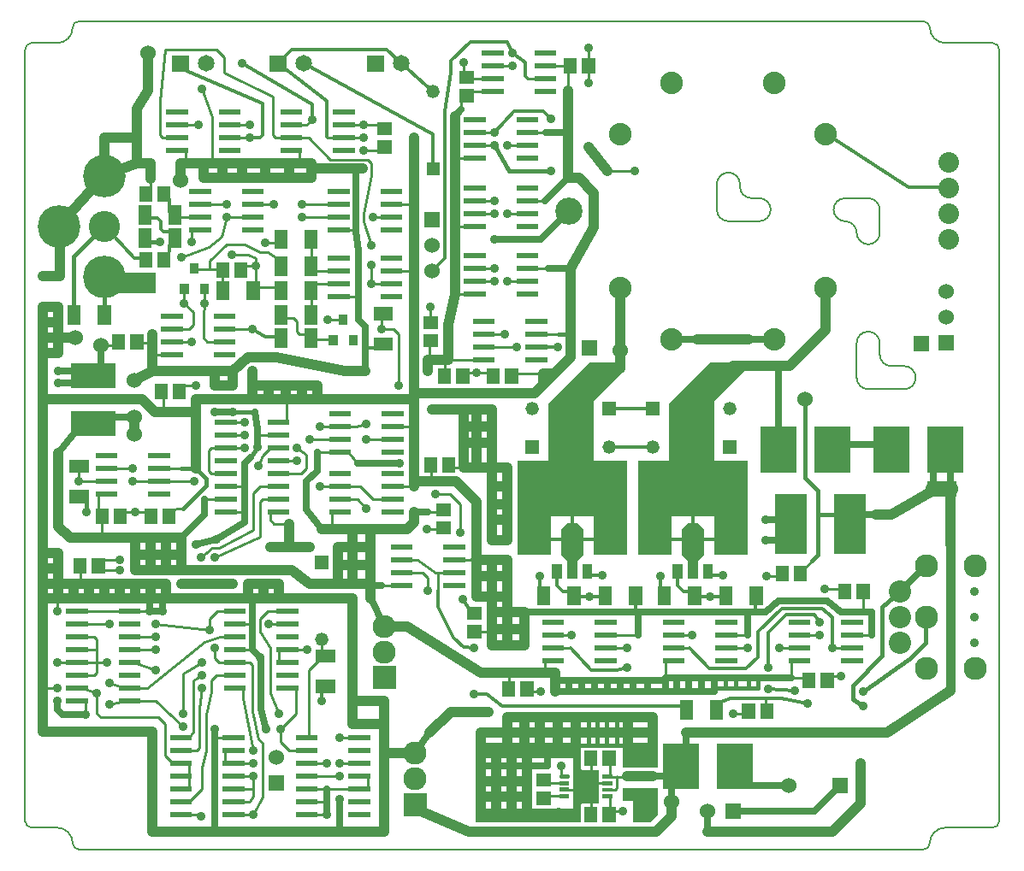
<source format=gbr>
G04 start of page 2 for group 0 idx 0 *
G04 Title: (unknown), component *
G04 Creator: pcb 20091103 *
G04 CreationDate: Sun Apr 21 07:43:03 2024 UTC *
G04 For: bh *
G04 Format: Gerber/RS-274X *
G04 PCB-Dimensions: 560000 580000 *
G04 PCB-Coordinate-Origin: lower left *
%MOIN*%
%FSLAX25Y25*%
%LNTOP*%
%ADD11C,0.0200*%
%ADD12C,0.0400*%
%ADD13C,0.0100*%
%ADD14C,0.0180*%
%ADD15C,0.0140*%
%ADD16C,0.0250*%
%ADD17C,0.0350*%
%ADD18C,0.0600*%
%ADD19C,0.0900*%
%ADD20C,0.0520*%
%ADD21C,0.1216*%
%ADD22C,0.1661*%
%ADD23C,0.0650*%
%ADD24C,0.0880*%
%ADD25C,0.0800*%
%ADD26C,0.1060*%
%ADD27C,0.0868*%
%ADD28C,0.0905*%
%ADD29C,0.0360*%
%ADD30R,0.0200X0.0200*%
%ADD31C,0.0160*%
%ADD32R,0.0160X0.0160*%
%ADD33R,0.0512X0.0512*%
%ADD34R,0.1400X0.1400*%
%ADD35R,0.0394X0.0394*%
%ADD36R,0.0866X0.0866*%
%ADD37R,0.1230X0.1230*%
%ADD38R,0.0340X0.0340*%
%ADD39R,0.0970X0.0970*%
%ADD40C,0.0380*%
%ADD41C,0.0220*%
%ADD42C,0.1299*%
%ADD43C,0.0672*%
%ADD44C,0.1027*%
%ADD45C,0.0430*%
%ADD46C,0.0408*%
%ADD47C,0.0709*%
%ADD48C,0.0620*%
%ADD49C,0.0418*%
%ADD50C,0.0455*%
%ADD51C,0.0300*%
%ADD52C,0.0060*%
G54D11*G36*
X333000Y291000D02*X346500D01*
Y288000D01*
X334500Y276000D01*
Y250500D01*
X317000D01*
Y275000D01*
X333000Y291000D01*
G37*
G36*
X305000Y231000D02*Y252500D01*
X347500D01*
Y231000D01*
X305000D01*
G37*
G36*
Y235500D02*X318000D01*
Y216000D01*
X305000D01*
Y235500D01*
G37*
G36*
X334500D02*X347500D01*
Y216000D01*
X334500D01*
Y235500D01*
G37*
G36*
X417500Y238500D02*Y244500D01*
X429000D01*
Y238500D01*
X417500D01*
G37*
G36*
X279500Y142500D02*X282500D01*
Y132500D01*
X283000Y132000D01*
X289500D01*
Y119000D01*
X283000D01*
X282500Y118500D01*
Y111500D01*
X279500D01*
Y142500D01*
G37*
G36*
X303000Y120000D02*X299000D01*
Y125000D01*
X312500D01*
Y114500D01*
X309500Y111500D01*
X303000D01*
Y120000D01*
G37*
G36*
X299000Y133000D02*Y142500D01*
X312500D01*
Y133000D01*
X299000D01*
G37*
G36*
X286000Y291000D02*X299500D01*
Y288000D01*
X287500Y276000D01*
Y250500D01*
X270000D01*
Y275000D01*
X286000Y291000D01*
G37*
G36*
X258000Y231000D02*Y252500D01*
X300500D01*
Y231000D01*
X258000D01*
G37*
G36*
Y235500D02*X271000D01*
Y216000D01*
X258000D01*
Y235500D01*
G37*
G36*
X287500D02*X300500D01*
Y216000D01*
X287500D01*
Y235500D01*
G37*
G36*
X117000Y318000D02*X96500D01*
Y326000D01*
X117000D01*
Y318000D01*
G37*
G36*
X241500Y111500D02*Y117000D01*
X282500D01*
Y111500D01*
X241500D01*
G37*
G36*
Y136500D02*Y142500D01*
X282500D01*
Y136500D01*
X241500D01*
G37*
G54D12*X114000Y411500D02*Y397000D01*
X109500Y390000D01*
X115000Y368500D02*X109500D01*
Y390000D02*Y368500D01*
Y378500D02*X97000D01*
X109500Y368500D02*X97000Y363900D01*
Y378500D02*Y363900D01*
G54D13*X115000Y362500D02*Y358150D01*
G54D12*Y368500D02*Y362500D01*
G54D14*X96905Y309881D02*Y324405D01*
X85000Y332200D02*Y309976D01*
X97000Y344200D02*X85000Y332200D01*
G54D15*X108500Y331500D02*X112850D01*
X97000Y344200D02*X108500Y331500D01*
G54D14*X118500Y338000D02*X112914D01*
G54D15*X119000Y343000D02*X120000Y342000D01*
G54D14*X97000Y344200D02*Y344500D01*
G54D13*X177405Y329681D02*Y337819D01*
G54D15*X123000Y342000D02*X121500Y329000D01*
X120000Y342000D02*X123086D01*
G54D13*X160500Y334000D02*X165595Y330681D01*
X131000Y342500D02*Y338000D01*
X127000Y332000D02*X137500Y336000D01*
X142500Y340000D01*
X128000Y314000D02*Y319200D01*
X131500Y310500D02*Y305500D01*
X130000Y304000D01*
X126500D01*
X131500Y310500D02*X128000Y314000D01*
X135500Y309000D02*Y300500D01*
X136000Y319000D02*X135800Y319200D01*
X136000Y314000D02*Y319000D01*
X131900Y327400D02*X142950D01*
X135500Y309000D02*X136000Y314000D01*
X135500Y300500D02*X137000Y299000D01*
X140500D01*
X173000Y302000D02*X177086D01*
G54D15*X159500Y301000D02*X164914D01*
X159500D02*X154500Y304000D01*
G54D13*X165595Y320181D02*X154905D01*
X178724Y321500D02*X177405Y320181D01*
X131000Y299000D02*X126500D01*
X131000Y347500D02*X125724D01*
G54D15*X122000Y358000D02*X122500Y346586D01*
G54D13*X144500Y352500D02*X137500D01*
G54D12*X126500Y368500D02*Y362000D01*
G54D15*X112595Y347319D02*X117681D01*
X119000Y346000D01*
Y343000D01*
G54D13*X139000Y368000D02*Y386500D01*
X122000Y378500D02*X119500D01*
X128500Y373500D02*Y368000D01*
Y383500D02*X133500D01*
X119500Y378500D02*X118500Y379500D01*
Y393000D01*
X139000Y386500D02*X135000Y397500D01*
G54D12*X143000Y363500D02*X143500Y363000D01*
X143000Y368500D02*Y363500D01*
X135500Y368500D02*Y363000D01*
X177500Y368500D02*Y363000D01*
X169000D02*Y368500D01*
X159500D02*Y363000D01*
X150500Y368500D02*Y363000D01*
X126500Y368500D02*X177500D01*
X135500Y363000D02*X177500D01*
G54D15*X207000Y413000D02*X212500Y407500D01*
X225000Y380000D02*X174500Y407500D01*
X170000Y413000D02*X207000D01*
G54D13*X153500Y378500D02*X149000D01*
G54D15*X158500Y379500D02*X157500Y378500D01*
X153500D01*
G54D13*Y383500D02*X149000D01*
X143500Y410000D02*Y404000D01*
X140500Y413000D02*X143500Y410000D01*
X120500Y413000D02*X140500D01*
G54D15*X126000Y406000D02*X158500Y392000D01*
G54D13*X143500Y404000D02*X162500Y394500D01*
X118500Y393000D02*X120500Y413000D01*
G54D15*X158500Y392000D02*Y379500D01*
G54D13*X162500Y394500D02*Y379500D01*
X163500Y378500D01*
G54D15*X183500Y393000D02*Y379000D01*
G54D13*X173000Y383500D02*X175500D01*
X178000Y385500D01*
X163500Y378500D02*X166500D01*
X173000D02*X176500D01*
X185000Y370000D01*
X173000Y373500D02*Y368500D01*
X185000Y370000D02*X199500D01*
G54D15*X178000Y385500D02*Y391500D01*
X183500Y393000D02*X164500Y407500D01*
X178000Y391500D02*X150500Y407500D01*
X164500D02*X170000Y413000D01*
G54D13*X239000Y370500D02*X234000D01*
X244500Y375500D02*X249000D01*
X258500D02*X254000D01*
G54D15*X232000Y408500D02*X239500Y416000D01*
X225000Y396500D02*X212500Y407500D01*
X229500Y389000D02*X232000Y404000D01*
Y408500D01*
G54D13*X237000Y408000D02*Y402650D01*
G54D16*X233500Y387000D02*X236000Y389500D01*
G54D13*Y393350D01*
X238150Y401500D02*X237607Y402043D01*
G54D15*X239500Y416000D02*X254000D01*
G54D13*X278064Y406500D02*X278457Y406893D01*
X285500Y413500D02*Y400000D01*
X277500Y397000D02*Y405936D01*
X278457Y406893D01*
X272000Y406500D02*X278064D01*
G54D15*X256500Y389000D02*X249000Y380500D01*
G54D13*X245000Y396500D02*X239936D01*
X245000Y401500D02*X238150D01*
G54D15*X254000Y416000D02*X256000Y411500D01*
X261000Y408000D01*
G54D13*X244500Y380500D02*X249000D01*
X265000D02*X269000D01*
G54D16*X277000D01*
X277500Y380000D01*
G54D13*X251500Y406500D02*X256000D01*
G54D15*X268000Y389000D02*X256500D01*
X268000D02*X271000Y386000D01*
X261000Y408000D02*Y402500D01*
X262000Y401500D01*
G54D13*X265500D01*
X177405Y317819D02*Y310681D01*
X205500Y347500D02*X201500D01*
X198000Y373500D02*X204936D01*
X198000Y349000D02*Y346000D01*
G54D16*X195000Y342000D02*X196000Y334500D01*
X195000Y342000D02*Y367000D01*
G54D13*X201000Y368500D02*Y364000D01*
X198000Y349000D01*
X224000Y306936D02*X224393Y306543D01*
X224000Y312500D02*Y306936D01*
G54D15*X224500Y326500D02*X229500Y331500D01*
G54D13*X253000Y302000D02*X248000D01*
X231457Y299457D02*X231500Y299500D01*
X268500Y302000D02*X274000D01*
X249000Y322500D02*X244500D01*
X249000Y327500D02*X244500D01*
X238000Y317500D02*X233500D01*
G54D12*Y387000D01*
G54D15*X229500Y331500D02*Y389000D01*
G54D12*X233500Y317500D02*X231000Y305500D01*
G54D15*X225000Y380000D02*Y366500D01*
G54D13*X238000Y344000D02*X233000D01*
X254000Y322500D02*X258500D01*
X270000Y327500D02*X265000D01*
G54D16*X249000Y339000D02*X267000D01*
X277500Y363000D02*X268500Y354000D01*
G54D13*X254000Y349000D02*X258500D01*
X265000Y354000D02*X268500D01*
X249000D02*X244500D01*
X249000Y349000D02*X244500D01*
G54D14*X271000Y365500D02*X254500D01*
X249000Y375500D01*
G54D12*X277500Y363000D02*Y397000D01*
G54D13*X183500Y114500D02*X179000D01*
Y119500D02*X183500D01*
G54D16*X188500Y120500D02*Y108000D01*
G54D13*Y129500D02*X179000D01*
X188500Y134500D02*X193000D01*
X179000D02*X183500D01*
X188500Y144500D02*X193000D01*
X179000Y124500D02*X193000D01*
G54D16*X183500Y114500D02*Y124500D01*
G54D12*X206000Y159000D02*Y108000D01*
X193500Y150000D02*X206000D01*
X193500Y159000D02*X206000D01*
Y188000D02*X215000D01*
X206000Y108000D02*X115500D01*
G54D13*X135000Y133000D02*X136500Y139500D01*
X144000Y144500D02*X140000D01*
X157000Y144000D02*X158500Y142500D01*
X165500Y143000D02*X169000Y139500D01*
X172500D01*
G54D12*X218000Y138500D02*X206000D01*
G54D13*X134500Y114500D02*X130000D01*
X155000D02*X150500D01*
X155000Y134500D02*X150500D01*
X158500Y142500D02*Y121500D01*
X155000Y129500D02*X150500D01*
X158500Y121500D02*X155000Y114500D01*
X150500Y124500D02*X155000D01*
X150500Y119500D02*X153500D01*
X155000Y129500D02*Y122000D01*
X153500Y119500D01*
X199500Y129500D02*Y124500D01*
X181500Y183000D02*Y176724D01*
X181819Y176405D02*Y176319D01*
X176500Y171000D01*
G54D15*X181500Y159000D02*Y164276D01*
G54D13*X176500Y171000D02*Y144500D01*
X151000Y160000D02*X155000Y139500D01*
X161500Y162000D02*X165000Y154000D01*
X154500Y155000D02*X157000Y144000D01*
G54D16*X158000Y156000D02*X160000Y148000D01*
G54D13*X165500D02*Y143000D01*
G54D16*X154500Y179000D02*X158000Y175500D01*
G54D13*X150500Y189000D02*X154500D01*
G54D16*Y198500D02*Y179000D01*
G54D13*X130000Y134500D02*Y124500D01*
X135000Y133000D02*Y124500D01*
X130000Y119500D01*
X120500Y137500D02*Y150000D01*
G54D12*X115500Y147000D02*Y108000D01*
G54D13*X144000Y139500D02*Y134500D01*
X120500Y137500D02*X123500Y134500D01*
X130000Y139500D02*X133000D01*
X131500Y147000D02*X130000Y144500D01*
X133000Y139500D02*X134000Y140500D01*
G54D16*X140000Y148000D02*Y107500D01*
G54D13*X95500Y152500D02*X118000D01*
G54D12*X73000Y147000D02*X115500D01*
G54D13*X118000Y152500D02*X120500Y150000D01*
X110000Y159000D02*X117000D01*
X122500Y153500D01*
G54D16*X78500Y159000D02*Y155500D01*
X80500Y153500D01*
G54D13*X78500Y164000D02*X73000D01*
X142000Y184000D02*X136000Y182000D01*
X113500Y164000D01*
X138000Y186500D02*Y191000D01*
X140000Y175500D02*X141500Y174000D01*
X144500Y194000D02*X141000D01*
X140000Y179500D02*Y175500D01*
X117000Y189000D02*X138000Y186500D01*
X131500Y167000D02*Y147000D01*
X134000Y156000D02*X135000Y164000D01*
X134000Y140500D02*Y156000D01*
X136500Y139500D02*Y153500D01*
X138500Y162500D01*
Y167000D01*
X122500Y153500D02*X127500Y149000D01*
X96650Y214000D02*X94543Y211893D01*
X95957Y230607D02*Y222957D01*
X103000Y214000D02*X96650D01*
G54D12*X127000Y222500D02*X83500D01*
G54D13*X114850Y232500D02*X103150D01*
X127500Y234000D02*X122000Y233500D01*
G54D12*X109000Y216000D02*X127000D01*
G54D16*X136000Y237500D02*Y231500D01*
G54D14*X136500Y243000D02*X127500Y234000D01*
G54D16*X136000Y231500D02*X127000Y222500D01*
X132500Y220000D02*X140500Y222000D01*
G54D13*X140000Y215000D02*X157500Y223000D01*
X155000Y225500D02*X141500Y218500D01*
X139000D01*
X134500Y215000D01*
G54D16*X151500Y228500D02*X140500Y222000D01*
G54D14*X136500Y245500D02*Y243000D01*
G54D12*X83500Y222500D02*X79000Y227000D01*
G54D14*X90000Y232500D02*Y236776D01*
G54D13*X94500Y239500D02*Y232064D01*
G54D12*X79000Y216500D02*X73000D01*
Y210500D02*X79000D01*
G54D13*X87000Y244500D02*Y249224D01*
X94500Y244500D02*X87000D01*
G54D14*X90000Y236776D02*X88181Y238595D01*
G54D12*X79000Y227000D02*Y255500D01*
G54D13*X103000Y210000D02*X95650D01*
G54D12*X73000Y306500D02*X79000D01*
X85500Y300500D02*X73000D01*
G54D16*X79000Y287500D02*X87000D01*
G54D12*X79000Y294500D02*X73000D01*
G54D16*X79000Y255500D02*X90100Y269600D01*
X79000Y283000D02*X93500D01*
G54D12*X115500Y302000D02*Y287500D01*
G54D13*X120000Y294000D02*X115500D01*
X109543Y298607D02*X115893D01*
X95500Y297500D02*X101350D01*
G54D12*X132500Y271500D02*X116500D01*
G54D13*X132500Y282000D02*X128150D01*
X126043Y279893D01*
G54D12*X116500Y271500D02*X111500Y276500D01*
G54D13*X119957Y278607D02*Y271043D01*
G54D12*X111500Y276500D02*X73000D01*
G54D13*X141000Y237500D02*X136000D01*
G54D16*X175500Y244500D02*Y233500D01*
G54D12*X153000Y204500D02*X165000D01*
X127000Y222500D02*Y210000D01*
X109000D02*Y222500D01*
X115000D02*Y210000D01*
X121000Y222500D02*Y210000D01*
X73000Y199000D02*X193500D01*
G54D16*X200500Y199500D02*X206000Y188000D01*
G54D13*X221000Y209000D02*X223000Y207000D01*
Y202000D01*
X216000Y209000D02*X221000D01*
X209500Y204000D02*X205000D01*
G54D16*X201000D01*
G54D12*X188000Y219000D02*X200500D01*
X188000Y212000D02*X200500D01*
G54D13*X185500Y232500D02*Y226000D01*
X192000Y237500D02*X195500D01*
X199000Y234000D02*X195500Y237500D01*
G54D12*X200500Y199000D02*Y226000D01*
X170000Y210000D02*X177000Y204500D01*
X200500D01*
X193500D02*Y224500D01*
X188000Y219000D02*Y204500D01*
X193000Y199000D02*X193500D01*
X127000Y204500D02*X147000D01*
X121000D02*X73000D01*
X109000Y210000D02*X170000D01*
G54D13*X87457Y211107D02*Y204043D01*
X87500Y204000D01*
G54D12*X121000Y204500D02*Y199000D01*
X103000Y204500D02*Y199000D01*
X109000Y204000D02*Y199000D01*
X115000Y204500D02*Y199000D01*
X97000Y204500D02*Y199000D01*
X79000Y216500D02*Y199000D01*
X85000Y204500D02*Y199000D01*
X91000Y204500D02*Y199000D01*
X153000D02*Y204500D01*
X159000Y199000D02*Y204500D01*
X165000Y199000D02*Y204500D01*
G54D13*X201000Y321500D02*X205500D01*
G54D12*X217500Y378500D02*Y242500D01*
G54D13*X212500D02*X217500D01*
X212500Y266000D02*X217500D01*
G54D16*X212000Y251500D02*X195500D01*
G54D13*X192000Y256000D01*
X175500Y255000D02*X172000Y257500D01*
X175500Y249500D02*Y255000D01*
X199500Y370000D02*X201000Y368500D01*
G54D12*X197500Y366500D02*X177500D01*
G54D13*X198000Y378500D02*X193500D01*
Y383500D02*X205350D01*
G54D15*X183500Y379000D02*X184000Y378500D01*
G54D13*X187000D01*
X89500Y189000D02*X99000D01*
X89500Y184000D02*X93000D01*
X94000Y183000D01*
X89500Y194000D02*X103500D01*
X78500D02*Y199500D01*
X99000Y166000D02*X105000Y164000D01*
X94000Y162000D02*X88500Y164000D01*
X110000D02*X113500D01*
X94000Y183000D02*Y170000D01*
X93000Y169000D01*
X89000D01*
X78500Y174000D02*X83000D01*
X89500Y179000D02*X94000D01*
X89500Y174000D02*X98000D01*
X105000Y159000D02*X99000Y157500D01*
X89500Y159000D02*Y153500D01*
X94000Y162000D02*Y154000D01*
X95500Y152500D01*
G54D16*X80500Y153500D02*X89500D01*
G54D13*X117000Y179000D02*X110000D01*
X117000Y184000D02*X110000D01*
Y194000D02*X114500D01*
G54D16*Y198500D02*Y194000D01*
X119500D01*
Y199000D01*
G54D13*X117000Y171000D02*X108500Y174000D01*
X154000Y179000D02*X151000D01*
Y164000D02*Y160000D01*
Y174000D02*X153500D01*
X161500Y179500D02*Y162000D01*
G54D16*X158000Y175500D02*Y156000D01*
G54D13*X153500Y174000D02*X154500Y173000D01*
X165500Y148000D02*X171500Y154000D01*
Y164000D01*
G54D12*X193500Y199000D02*Y150000D01*
G54D13*X176000Y179000D02*X171500D01*
X165000D02*Y174000D01*
X157500Y186000D02*X161500Y179500D01*
X165000Y194000D02*X160500D01*
X157500Y191000D01*
X161000Y189000D02*X165000D01*
X157500Y191000D02*Y186000D01*
X141500Y174000D02*X144500D01*
X135000Y169000D02*X131500Y167000D01*
X144500Y169000D02*X140500D01*
X138500Y167000D01*
X127500Y169500D02*X135000Y174000D01*
X127500Y154000D02*Y169500D01*
X138000Y191000D02*X141000Y194000D01*
X144500Y184000D02*X142000D01*
X154500Y173000D02*Y155000D01*
G54D12*X140000Y287500D02*Y282000D01*
X147000D01*
Y287500D01*
X73000Y147000D02*Y312500D01*
X79000D01*
Y294500D01*
X73000Y324500D02*X79500D01*
Y344000D01*
X79300Y344200D02*X97000Y363900D01*
X132500Y249500D02*Y276500D01*
G54D13*X108000Y244500D02*X115000D01*
G54D14*X127000Y249500D02*X132500D01*
G54D13*X127000D02*X121500D01*
X132000Y244500D02*X121500D01*
G54D12*X108500Y269500D02*Y263000D01*
G54D14*X132500Y249500D02*X136500Y245500D01*
G54D13*X138500Y247500D02*X141000D01*
Y257500D02*X138500D01*
X137500Y256500D01*
Y248500D01*
X138500Y247500D01*
G54D12*X115500Y287500D02*X108500Y284000D01*
G54D16*X95500Y297500D02*Y286300D01*
X140000Y271500D02*X147000D01*
X108500Y269500D02*X98800D01*
X96400Y267100D01*
G54D13*X108000Y249500D02*X101000D01*
G54D12*X147000Y287500D02*X115500D01*
G54D13*X185500Y256000D02*X180000D01*
X181000Y266000D02*X185500D01*
G54D16*X180000Y256000D02*Y248500D01*
G54D13*X181000Y242500D02*X185500D01*
G54D12*X154500Y287500D02*Y276500D01*
G54D16*X156500Y265000D02*X155500Y271500D01*
G54D13*X168000Y267500D02*Y276500D01*
G54D12*X164000Y293000D02*X153000D01*
G54D16*X151500Y251500D02*X154000Y254000D01*
G54D13*X151500Y257500D02*X147500D01*
X151500Y262500D02*X147500D01*
X151500Y267500D02*X147500D01*
G54D16*X156500Y258000D02*Y265000D01*
G54D13*X172000Y252500D02*X168000D01*
X161500Y262500D02*X156500D01*
X161500Y257500D02*X158500Y254500D01*
X157000Y250500D01*
G54D14*X154000Y254000D02*X156500Y258000D01*
G54D13*X161500Y229500D02*X163000Y228000D01*
X157500Y236500D02*Y223000D01*
X155000Y240000D02*Y225500D01*
G54D16*X151500Y251500D02*Y228500D01*
G54D13*X161500Y232500D02*Y229500D01*
X163000Y228000D02*X169000D01*
G54D12*X161500Y219000D02*X177000D01*
X169000Y228000D02*Y219000D01*
G54D16*X175500Y233500D02*X181500Y226000D01*
G54D13*X161500Y237500D02*X158500D01*
X157500Y236500D01*
X161500Y242500D02*X157500D01*
X155000Y240000D01*
X147500Y242500D02*X151500D01*
X147500Y232500D02*X151500D01*
G54D16*X175500Y244500D02*X180000Y248500D01*
G54D13*X167500Y247500D02*X173500D01*
X175500Y249500D01*
X165595Y308319D02*X170681D01*
X172000Y307000D01*
Y303000D01*
X173000Y302000D01*
X154000Y304000D02*X147000D01*
G54D14*Y271500D02*X155500D01*
G54D12*X153000Y293000D02*X147000Y287500D01*
G54D13*X159500Y337500D02*X165276D01*
X165595Y337819D01*
X156000Y321276D02*Y331500D01*
X163000Y352500D02*X158000D01*
X144500Y347500D02*X151500D01*
X160500Y334000D02*X157500D01*
X151500Y337000D01*
X144500D01*
X156000Y328500D02*X150650D01*
X146500Y333000D02*X153000D01*
X142957Y326607D02*Y320319D01*
X156000Y331500D02*X153000Y333000D01*
X144500Y337000D02*X138000Y330500D01*
G54D12*X278500Y327500D02*X287500Y343500D01*
G54D16*X270000Y327500D02*X278500D01*
G54D13*X142500Y340000D02*X144500Y347500D01*
X138000Y330500D02*Y327500D01*
G54D12*X378000Y303500D02*Y320000D01*
X348000Y300000D02*X328000D01*
G54D16*X358000D02*X348000D01*
G54D14*X274000Y302000D02*X278500D01*
G54D16*X318000Y300000D02*X328000D01*
G54D15*X425972Y359142D02*X410358D01*
X377936Y380145D01*
G54D16*X267000Y339000D02*X278000Y350000D01*
G54D12*X287500Y343500D02*Y357000D01*
X282000Y363000D01*
G54D13*X303500Y365500D02*X293000D01*
G54D12*X277500Y363000D02*X282000D01*
X285500Y375000D02*X293000Y365500D01*
G54D13*X174000Y352500D02*X185000D01*
X174000Y347500D02*X185000D01*
X198000Y346000D02*X201000Y336500D01*
X191500Y342500D02*X195000D01*
X191500Y316500D02*X196000D01*
G54D16*Y307500D02*Y334500D01*
G54D13*X212000Y352500D02*X218000D01*
X201000Y321500D02*Y329000D01*
X212000Y326500D02*X217500D01*
X185000D02*X178224D01*
X185000Y321500D02*X178724D01*
X186500Y261000D02*X177000D01*
X195000Y266000D02*X192000D01*
X199000Y261000D02*X206000D01*
X195000Y266000D02*X199000Y267000D01*
G54D12*X132500Y276500D02*X217500D01*
G54D13*X192000Y242500D02*X196500D01*
G54D12*X198500Y287500D02*X190500D01*
G54D16*X198500D02*Y305000D01*
G54D13*X205000Y304000D02*X209500D01*
G54D15*X208319Y296595D02*X198595D01*
G54D13*X209500Y304000D02*X211500Y302000D01*
Y282000D01*
X186000Y299800D02*X177886D01*
G54D16*X198500Y305000D02*X196000Y307500D01*
G54D13*X184000D02*X189800D01*
X205000Y304000D02*Y309224D01*
G54D12*X190500Y287500D02*X164000Y293000D01*
X154500Y282000D02*X180000D01*
Y276500D01*
X161000Y282000D02*Y276500D01*
X167500Y282000D02*Y276500D01*
X174000Y282000D02*Y276500D01*
G54D13*X196500Y242500D02*X201500Y237500D01*
X206000D01*
G54D12*X181500Y226000D02*X215000D01*
X217500Y232500D02*Y228500D01*
X403500Y231500D02*X397500D01*
G54D16*X389600D01*
G54D14*X375000D02*X385400D01*
G54D16*X354500Y229500D02*X360400D01*
X354500Y221500D02*X363600D01*
G54D14*X375000Y241000D02*X370000Y246000D01*
G54D13*X229457Y291957D02*X229500Y292000D01*
G54D12*X278500Y293000D02*Y327500D01*
G54D13*X241500Y292000D02*X231000D01*
X257500Y297000D02*X248000D01*
X259043Y279543D02*X259000Y279500D01*
X267500Y286500D02*X256150D01*
X255543Y285893D01*
G54D15*X268500Y297000D02*X273500D01*
G54D12*X268000Y286500D02*Y283000D01*
X278500Y293000D02*X264500Y279000D01*
X271500Y286500D02*X268000D01*
X298000Y320000D02*Y288500D01*
G54D13*X229457Y285893D02*Y291957D01*
G54D12*X217500Y244500D02*X234000D01*
X242000Y236500D01*
G54D13*X237000Y250000D02*X231650D01*
X224043Y250607D02*Y244543D01*
G54D12*X224500Y272500D02*X248000D01*
X237000Y266000D02*X248000D01*
G54D14*X370000Y246000D02*Y276500D01*
G54D15*X267500Y222000D02*X292000D01*
X279100Y226217D02*Y233400D01*
X279000Y233500D01*
G54D12*X242000Y272500D02*Y250000D01*
X254000Y221500D02*Y250000D01*
X237000D02*Y272500D01*
Y259500D02*X248000D01*
Y272500D02*Y221500D01*
X217500Y279000D02*X264500D01*
G54D13*X237650Y287000D02*X236543Y285893D01*
X247350Y287000D02*X237650D01*
X247350D02*X248457Y285893D01*
X235850Y287000D02*X236957Y285893D01*
G54D12*X231000Y292000D02*Y305500D01*
G54D13*X223607Y299457D02*Y291607D01*
X223500Y291500D01*
G54D12*X223000Y287500D02*Y292000D01*
X231000D01*
G54D13*X216000Y214000D02*X219000D01*
X225724Y209000D01*
G54D12*X217500Y228500D02*X215000Y226000D01*
G54D16*X217500Y232500D02*X223000D01*
G54D13*X222500Y226000D02*X228936D01*
X223000Y232500D02*X227564D01*
X226000Y239500D02*X231500D01*
X235500Y235500D02*Y224500D01*
X230000Y209000D02*X225724D01*
X227000D02*Y202000D01*
X231500Y239500D02*X235500Y235500D01*
G54D12*X237000Y250000D02*X254000D01*
X248000Y242500D02*X254000D01*
X248000Y235500D02*X254000D01*
X248000Y229500D02*X254000D01*
X248000Y214000D02*Y180500D01*
G54D13*X242000Y214000D02*X236500D01*
G54D12*X254000D02*X241500D01*
X248000Y221500D02*X254000D01*
X242000Y236500D02*Y199500D01*
X254000D01*
X242000Y207500D02*X254000D01*
X248000Y187000D02*X260500D01*
Y193500D02*X248000D01*
G54D13*X241393Y185957D02*X252957D01*
G54D12*X254000Y214000D02*Y180500D01*
G54D15*X233000Y183500D02*X237000Y180000D01*
X241000Y179500D01*
X227000Y202000D02*Y195500D01*
X233000Y183500D01*
X240107Y193043D02*X236500Y198500D01*
G54D12*X215000Y188000D02*X243500Y170000D01*
X248000Y180500D02*X260500D01*
G54D15*X293500Y258000D02*X310500D01*
X293500Y273000D02*X310500D01*
X326100Y234400D02*X326000Y234500D01*
G54D16*X359500Y289500D02*Y257500D01*
G54D12*X342000Y289500D02*X364000D01*
X378000Y303500D01*
G54D15*X314000Y222000D02*X340000D01*
X326100Y226217D02*Y234400D01*
G54D14*X417000Y191500D02*Y181500D01*
G54D13*X391500Y184500D02*X396000D01*
G54D16*Y193500D01*
X384000D01*
G54D14*X417000Y181500D02*X411000Y175500D01*
G54D15*X380500Y179500D02*Y191500D01*
X376500Y195000D01*
G54D13*X380500Y179500D02*X385000D01*
X375500Y184500D02*X371000D01*
G54D16*X384000Y193500D02*X378500Y198000D01*
G54D15*X373500Y192500D02*X375500Y189500D01*
G54D12*X426500Y220000D02*Y241500D01*
X421000D02*X403500Y231500D01*
G54D17*X426500Y163000D02*Y220000D01*
G54D16*X407000Y201500D02*X417000Y211500D01*
G54D14*X400000Y195500D02*Y176500D01*
G54D13*X392543Y199607D02*Y193043D01*
X392500Y193000D01*
G54D14*X407000Y201500D02*X400000Y195500D01*
Y176500D02*X388500Y165000D01*
X392500Y162500D02*X411000Y175500D01*
X388500Y165000D02*Y159500D01*
G54D12*X402000Y146500D02*X426500Y163000D01*
G54D14*X388500Y159500D02*X392500Y157000D01*
G54D13*X363500Y168000D02*X371000D01*
G54D16*X373500Y116000D02*X383500Y126000D01*
G54D12*X380500Y108000D02*X391500Y119000D01*
Y134500D01*
G54D13*X364500Y168000D02*Y174500D01*
X384000Y168500D02*X379650D01*
G54D16*X426500Y241500D02*Y251700D01*
X420000Y241500D02*Y251500D01*
X380600Y258900D02*X403400D01*
G54D13*X377500Y202500D02*X385500D01*
X368043Y208893D02*Y209043D01*
X372500Y213500D01*
G54D14*X375000Y216000D01*
Y241000D01*
G54D15*X291000Y208000D02*X285500D01*
X292414Y199500D02*X280586D01*
X273190Y208500D02*Y203810D01*
X275500Y201500D01*
X279586D01*
X266500Y207500D02*Y200414D01*
X268095Y198819D01*
G54D12*X260500Y193500D02*Y180500D01*
G54D13*X293900Y129400D02*Y136536D01*
X286457Y136107D02*Y127043D01*
X275000Y129500D02*Y133500D01*
G54D12*X239000Y108000D02*X312000D01*
G54D16*X269500Y133500D02*Y139000D01*
Y133500D02*X243500D01*
G54D13*X296500Y125000D02*Y129500D01*
G54D12*X218000Y117000D02*X239000Y108000D01*
G54D16*X223500Y146500D02*X218000Y138500D01*
G54D12*X232000Y154500D02*X223500Y146500D01*
G54D15*X246000Y161500D02*X241000D01*
G54D12*X232000Y154500D02*X246500D01*
G54D14*X281500Y141500D02*X304000D01*
G54D12*X254000Y152500D02*X310500D01*
Y138500D01*
X243500Y146500D02*X310500D01*
G54D13*X267000Y162500D02*X262150D01*
G54D12*X310500Y129500D02*X300500D01*
G54D13*X293900Y129400D02*X302900D01*
X303000Y129500D01*
G54D12*X261500Y127500D02*X243500D01*
Y146500D02*Y115500D01*
X249500Y140500D02*Y115500D01*
X255500Y138500D02*Y115500D01*
X261500Y121500D02*X243500D01*
G54D15*X246000Y161500D02*X252000Y157000D01*
G54D12*X254000Y152500D02*Y138500D01*
G54D13*X254457Y163893D02*Y169957D01*
X268500Y174500D02*Y169500D01*
X279500Y184500D02*X275000D01*
Y179500D02*X278500D01*
G54D12*X272500Y170000D02*Y162500D01*
G54D16*X278000Y167000D02*Y162500D01*
G54D15*X278500Y179500D02*X286500Y171000D01*
G54D12*X272500Y170000D02*X243500D01*
G54D15*X296500Y171000D02*X300500Y172000D01*
G54D16*X303000Y167000D02*Y162500D01*
X308500Y167000D02*Y162500D01*
G54D13*X300500Y179500D02*X295500D01*
G54D16*X298000Y167000D02*Y162500D01*
X283000Y167000D02*Y162500D01*
X293000Y167000D02*Y162500D01*
X288000Y167000D02*Y162500D01*
G54D15*X286500Y171000D02*X296500D01*
X338000Y208000D02*X332500D01*
X339414Y199500D02*X327586D01*
G54D16*X260500Y193500D02*X354500D01*
X359500Y198000D02*X378500D01*
G54D15*X376500Y195000D02*X361000D01*
G54D16*X354500Y193500D02*X359500Y198000D01*
G54D15*X320190Y208500D02*Y203810D01*
X322500Y201500D01*
X326586D01*
X303905Y198819D02*Y193595D01*
X313500Y207500D02*Y202776D01*
X315095Y201181D01*
G54D16*X304905Y193095D02*X305000Y184500D01*
G54D13*X295500D02*X305000D01*
G54D15*X362500Y192500D02*X373500D01*
X362500D02*X355500Y185500D01*
X351500Y186000D02*X361000Y195000D01*
G54D16*X315500Y167000D02*X273000D01*
G54D14*X334500Y164000D02*X351500D01*
G54D15*X252000Y157000D02*X323500D01*
G54D16*X273000Y162500D02*X334500D01*
G54D15*X341000Y160000D02*X335500Y158000D01*
G54D16*X323500Y146500D02*Y133700D01*
X310500Y129500D02*X320500D01*
G54D12*X301000Y140000D02*Y152500D01*
G54D16*X318000Y119500D02*Y128200D01*
G54D14*X296500Y152500D02*Y141500D01*
G54D13*X342000Y154000D02*X347414D01*
G54D15*X325000Y179500D02*X332500Y171500D01*
G54D16*X329500Y168000D02*Y162500D01*
X332000Y116000D02*Y107500D01*
G54D13*X299000Y116000D02*X294650D01*
G54D12*X312000Y108000D02*X318000Y114000D01*
Y119500D01*
G54D16*X324500Y168000D02*Y162500D01*
X320000Y168000D02*Y162500D01*
G54D13*X315500Y174500D02*Y167500D01*
G54D16*Y168000D02*Y162500D01*
G54D13*X295800Y124300D02*X296500Y125000D01*
X293900Y115250D02*X293543Y114893D01*
X291700Y126800D02*X287800D01*
X286457Y114893D02*Y122043D01*
X293900Y124300D02*X295800D01*
X293900Y121700D02*Y115250D01*
X275000Y126900D02*X269536D01*
X275000Y121800D02*X268450D01*
X277200Y124400D02*X281400D01*
G54D12*X261500Y138500D02*Y115500D01*
X260500Y138500D02*Y152500D01*
X266500Y138500D02*Y152500D01*
X273500Y139500D02*Y152500D01*
X280500Y138500D02*Y152500D01*
G54D14*X285500Y141500D02*Y152500D01*
X289000Y141500D02*Y152500D01*
X292500Y141500D02*Y153000D01*
G54D13*X347500Y179500D02*X342500D01*
X326500Y184500D02*X322000D01*
X320500Y179500D02*X325000D01*
X364500D02*X360000D01*
G54D15*X350405Y198319D02*Y193095D01*
G54D16*X347500Y193500D02*Y184500D01*
G54D13*X342500D01*
X355000Y207500D02*X360350D01*
X360957Y208107D01*
G54D15*X355500Y185500D02*Y172000D01*
X351500Y176000D02*Y186000D01*
G54D16*X342000Y116000D02*X373500D01*
G54D12*X332000Y108000D02*X380500D01*
G54D16*X363500Y126000D02*X348200D01*
X342600Y131600D01*
G54D15*X347000Y171500D02*X351500Y176000D01*
G54D14*X348000Y164000D02*Y168000D01*
G54D15*X360500Y160000D02*X371000Y158000D01*
X341000Y160000D02*X360500D01*
G54D13*X354500D02*Y155000D01*
G54D14*X351500Y164000D02*Y168000D01*
G54D15*X355500Y163500D02*X366000Y163000D01*
G54D14*X343000Y168000D02*Y164000D01*
G54D15*X332500Y171500D02*X347000D01*
G54D16*X334500Y162500D02*Y168000D01*
X315500D02*X364500D01*
G54D14*X339000D02*Y164000D01*
G54D12*X323500Y146500D02*X402000D01*
G54D11*G36*
X161000Y130000D02*Y124000D01*
X167000D01*
Y130000D01*
X161000D01*
G37*
G54D18*X164000Y137000D03*
G54D11*G36*
X201500Y172500D02*Y163500D01*
X210500D01*
Y172500D01*
X201500D01*
G37*
G54D19*X206000Y178000D03*
Y188000D03*
G54D20*X181500Y183000D03*
G54D11*G36*
X178900Y215600D02*Y210400D01*
X184100D01*
Y215600D01*
X178900D01*
G37*
G36*
X213500Y123000D02*Y114000D01*
X222500D01*
Y123000D01*
X213500D01*
G37*
G54D19*X218000Y128500D03*
Y138500D03*
G54D11*G36*
X221500Y349500D02*Y343500D01*
X227500D01*
Y349500D01*
X221500D01*
G37*
G36*
X222400Y369100D02*Y363900D01*
X227600D01*
Y369100D01*
X222400D01*
G37*
G54D20*X225000Y396500D03*
G54D18*X224500Y336500D03*
Y326500D03*
G54D21*X97000Y344000D03*
G54D22*Y324300D03*
Y363700D03*
X79300Y344000D03*
G54D11*G36*
X123250Y410750D02*Y404250D01*
X129750D01*
Y410750D01*
X123250D01*
G37*
G54D23*X136500Y407500D03*
G54D11*G36*
X161250Y410750D02*Y404250D01*
X167750D01*
Y410750D01*
X161250D01*
G37*
G54D23*X174500Y407500D03*
G54D11*G36*
X199250Y410750D02*Y404250D01*
X205750D01*
Y410750D01*
X199250D01*
G37*
G54D23*X212500Y407500D03*
G54D24*X318000Y400000D03*
X358000D03*
X378000Y380000D03*
G54D11*G36*
X283000Y299500D02*Y293500D01*
X289000D01*
Y299500D01*
X283000D01*
G37*
G54D24*X298000Y380000D03*
Y320000D03*
G54D25*X426000Y369000D03*
Y359000D03*
Y349000D03*
Y339000D03*
G54D24*X318000Y300000D03*
G54D26*X278000Y350000D03*
G54D27*X407000Y191500D03*
Y181500D03*
Y201500D03*
G54D28*X417100Y191500D03*
Y171500D03*
Y211500D03*
X436100Y171500D03*
Y211500D03*
G54D11*G36*
X380500Y129000D02*Y123000D01*
X386500D01*
Y129000D01*
X380500D01*
G37*
G54D18*X363500Y126000D03*
G54D11*G36*
X339000Y119000D02*Y113000D01*
X345000D01*
Y119000D01*
X339000D01*
G37*
G54D18*X332000Y116000D03*
G54D11*G36*
X260900Y260600D02*Y255400D01*
X266100D01*
Y260600D01*
X260900D01*
G37*
G54D20*X293500Y258000D03*
G54D11*G36*
X307900Y275600D02*Y270400D01*
X313100D01*
Y275600D01*
X307900D01*
G37*
G36*
X290900D02*Y270400D01*
X296100D01*
Y275600D01*
X290900D01*
G37*
G54D20*X263500Y273000D03*
X310500Y258000D03*
G54D11*G36*
X422000Y301500D02*Y295500D01*
X428000D01*
Y301500D01*
X422000D01*
G37*
G54D18*X425000Y308500D03*
Y318500D03*
G54D11*G36*
X412094Y301440D02*Y295440D01*
X418094D01*
Y301440D01*
X412094D01*
G37*
G54D20*X340500Y273000D03*
G54D24*X378000Y320000D03*
X358000Y300000D03*
G54D11*G36*
X337900Y260600D02*Y255400D01*
X343100D01*
Y260600D01*
X337900D01*
G37*
G54D29*X163000Y352500D03*
X144500Y347500D03*
X174000D03*
Y352500D03*
X144500D03*
X115000Y368500D03*
G54D18*X126500Y362000D03*
G54D29*X115000Y362500D03*
X198000Y373500D03*
X201500Y347500D03*
X133500Y383500D03*
X135000Y397500D03*
G54D18*X114000Y411500D03*
G54D29*X153500Y378500D03*
X197500Y366500D03*
X115000Y320000D03*
X128000Y314000D03*
X115000Y324000D03*
X73000Y324500D03*
X79500D03*
X156000Y328500D03*
X136000Y314000D03*
X154500Y304000D03*
X146500Y333000D03*
X131000Y338000D03*
X118500D03*
X131000Y299000D03*
X115500Y302000D03*
G54D18*X85500Y300500D03*
X95500Y297500D03*
G54D29*X127000Y332000D03*
X159500Y337500D03*
X153500Y383500D03*
X150500Y407500D03*
X198000Y383500D03*
X178000Y385500D03*
X198000Y378500D03*
X217500D03*
X285500Y413500D03*
Y400000D03*
Y375000D03*
X271000Y365500D03*
X293000D03*
X303500D03*
X249000Y380500D03*
X237000Y408000D03*
X256000Y406500D03*
Y411500D03*
X249000Y375500D03*
X254000D03*
X271000Y386000D03*
X201000Y329000D03*
X184000Y307500D03*
X201000Y321500D03*
X205000Y304000D03*
X217500Y306500D03*
X224000Y312500D03*
X257500Y297000D03*
X253000Y302000D03*
X273500Y297000D03*
G54D18*X298000Y295500D03*
G54D29*X249000Y327500D03*
Y322500D03*
X254000D03*
X249000Y349000D03*
Y354000D03*
X254000Y349000D03*
X249000Y339000D03*
X201000Y336500D03*
X188500Y120500D03*
X183500Y114500D03*
X188500Y129500D03*
X183500Y134500D03*
X188500D03*
X134500Y114000D03*
X155000Y114500D03*
X160000Y148000D03*
X155000Y134500D03*
Y129500D03*
Y139500D03*
X140000Y148000D03*
X147000Y271500D03*
X151500Y267500D03*
Y262500D03*
X181000Y242500D03*
X161500Y219000D03*
X177000D03*
X169000Y228000D03*
X134500Y215000D03*
X132500Y220000D03*
X132000Y244500D03*
X140000Y215000D03*
X140500Y222000D03*
X151500Y257500D03*
X157000Y250500D03*
X181000Y266000D03*
X156500Y258000D03*
X172000Y252500D03*
X177000Y261000D03*
X103000Y214000D03*
Y210000D03*
X108000Y249500D03*
G54D18*X108500Y269500D03*
Y263000D03*
G54D29*X79000Y287500D03*
Y283000D03*
X88500Y276500D03*
X95500D03*
G54D18*X108500Y284000D03*
G54D29*X161000Y189000D03*
X176000Y179000D03*
X157500Y176000D03*
X165000Y154000D03*
X165500Y148000D03*
X188500Y144500D03*
X181500Y159000D03*
X212000Y251500D03*
X199000Y234000D03*
X147000Y204500D03*
X127000D03*
X266500Y207500D03*
X355000D03*
X217500Y232500D03*
X235500Y224500D03*
X237000Y250000D03*
X254000Y221500D03*
Y250000D03*
X248000D03*
Y221500D03*
X223000Y202000D03*
X377500Y202500D03*
X222500Y226000D03*
X226000Y239500D03*
X87000Y244500D03*
X108000D03*
X90000Y232500D03*
G54D18*X420000Y241500D03*
X426500D03*
G54D29*X217500Y244500D03*
X109000Y232500D03*
X354500Y221500D03*
Y229500D03*
X140000Y271500D03*
X154500Y287500D03*
X132500Y282000D03*
X172000Y257500D03*
X198500Y287500D03*
X211500Y282000D03*
X199000Y261000D03*
X223000Y287500D03*
X199000Y267000D03*
X224500Y272500D03*
X242000Y287000D03*
X248000Y272500D03*
G54D18*X370000Y276500D03*
G54D29*X99000Y166000D03*
X94000Y162000D03*
X99000Y157500D03*
X89500Y153500D03*
X135000Y174000D03*
Y169000D03*
Y164000D03*
X138000Y186500D03*
X140000Y179500D03*
X99000Y189000D03*
X98000Y174000D03*
X117000Y171000D03*
Y179000D03*
Y184000D03*
X114500Y194000D03*
X119500D03*
X117000Y189000D03*
X127500Y154000D03*
Y149000D03*
X78500Y164000D03*
Y159000D03*
Y174000D03*
Y194000D03*
X255500Y115500D03*
Y127500D03*
X261500Y115500D03*
Y127500D03*
X254000Y138500D03*
X260500D03*
X266500D03*
X299000Y116000D03*
X287500Y121000D03*
X280500Y113500D03*
X301000Y122500D03*
X280500Y138500D03*
X301000Y140000D03*
X310500Y138500D03*
X301000Y135000D03*
X274000Y115500D03*
X275000Y133500D03*
X281500Y121000D03*
Y127500D03*
X310000Y123000D03*
G54D18*X318000Y119500D03*
G54D29*X305500Y114000D03*
X375500Y189500D03*
Y184500D03*
X391500Y134500D03*
X392500Y157000D03*
Y162500D03*
X380500Y179500D03*
X360000D03*
X436000Y181500D03*
Y191500D03*
Y201500D03*
X241000Y179500D03*
X248000Y193500D03*
Y180500D03*
Y185000D03*
Y189000D03*
X384000Y168500D03*
X355500Y163500D03*
Y172000D03*
X342000Y154000D03*
X241000Y161500D03*
X232000Y154500D03*
X241500D03*
X236500D03*
X246500D03*
X366000Y163000D03*
X371000Y158000D03*
X279000Y184500D03*
X300500Y179500D03*
X286000Y199500D03*
X300500Y172000D03*
X338000Y208000D03*
X291000D03*
X313500Y207500D03*
X236500Y198500D03*
X267000Y162500D03*
X326000Y184500D03*
X347500Y179500D03*
X333000Y199500D03*
G54D30*X123500Y129500D02*X130000D01*
X144000D02*X150500D01*
X144000Y134500D02*X150500D01*
X123500Y124500D02*X130000D01*
X123500Y119500D02*X130000D01*
X123500Y114500D02*X130000D01*
X144000D02*X150500D01*
X144000Y119500D02*X150500D01*
X144000Y124500D02*X150500D01*
X123500Y144500D02*X130000D01*
X144000D02*X150500D01*
X123500Y139500D02*X130000D01*
X144000D02*X150500D01*
X123500Y134500D02*X130000D01*
X172500Y129500D02*X179000D01*
X172500Y124500D02*X179000D01*
X172500Y119500D02*X179000D01*
X172500Y114500D02*X179000D01*
X172500Y144500D02*X179000D01*
X172500Y139500D02*X179000D01*
X172500Y134500D02*X179000D01*
X193000Y114500D02*X199500D01*
X193000Y119500D02*X199500D01*
X193000Y124500D02*X199500D01*
X193000Y129500D02*X199500D01*
X193000Y134500D02*X199500D01*
X193000Y139500D02*X199500D01*
X193000Y144500D02*X199500D01*
G54D31*X275000Y129500D02*X277200D01*
G54D32*X275000Y126900D02*X277200D01*
X275000Y124400D02*X277200D01*
X275000Y121800D02*X277200D01*
G54D33*X267607Y120957D02*X268393D01*
X267607Y128043D02*X268393D01*
G54D32*X291700Y121700D02*X293900D01*
X291700Y124300D02*X293900D01*
X291700Y126800D02*X293900D01*
X291700Y129400D02*X293900D01*
G54D33*X286457Y136893D02*Y136107D01*
X293543Y136893D02*Y136107D01*
X286457Y114893D02*Y114107D01*
X293543Y114893D02*Y114107D01*
G54D34*X321400Y135400D02*Y131600D01*
X342600Y135400D02*Y131600D01*
G54D33*X254457Y163893D02*Y163107D01*
X261543Y163893D02*Y163107D01*
G54D30*X268500Y174500D02*X275000D01*
X268500Y189500D02*X275000D01*
X268500Y184500D02*X275000D01*
X268500Y179500D02*X275000D01*
X289000Y174500D02*X295500D01*
X289000Y179500D02*X295500D01*
X289000Y184500D02*X295500D01*
X289000Y189500D02*X295500D01*
G54D33*X268095Y201181D02*Y198819D01*
X279905Y201181D02*Y198819D01*
X240607Y193043D02*X241393D01*
X240607Y185957D02*X241393D01*
G54D35*X273190Y210469D02*Y208500D01*
X279100Y226217D02*Y208500D01*
G54D11*G36*
X280569Y218844D02*X283431Y215981D01*
X281068Y213619D01*
X278206Y216482D01*
X280569Y218844D01*
G37*
G36*
X274768Y215981D02*X277630Y218844D01*
X279993Y216482D01*
X277131Y213619D01*
X274768Y215981D01*
G37*
G54D36*X279100Y221493D02*Y220311D01*
G54D11*G36*
X278206Y225323D02*X281068Y228186D01*
X283431Y225824D01*
X280569Y222961D01*
X278206Y225323D01*
G37*
G36*
X277131Y228186D02*X279993Y225323D01*
X277630Y222961D01*
X274768Y225824D01*
X277131Y228186D01*
G37*
G54D35*X285000Y210469D02*Y208500D01*
X326100Y226217D02*Y208500D01*
G54D36*Y221493D02*Y220311D01*
G54D11*G36*
X327569Y218844D02*X330431Y215981D01*
X328068Y213619D01*
X325206Y216482D01*
X327569Y218844D01*
G37*
G36*
X321768Y215981D02*X324630Y218844D01*
X326993Y216482D01*
X324131Y213619D01*
X321768Y215981D01*
G37*
G36*
X325206Y225323D02*X328068Y228186D01*
X330431Y225824D01*
X327569Y222961D01*
X325206Y225323D01*
G37*
G36*
X324131Y228186D02*X326993Y225323D01*
X324630Y222961D01*
X321768Y225824D01*
X324131Y228186D01*
G37*
G54D30*X205500Y352500D02*X212000D01*
X205500Y357500D02*X212000D01*
X258500Y370500D02*X265000D01*
X258500Y375500D02*X265000D01*
X258500Y380500D02*X265000D01*
X238000Y359000D02*X244500D01*
X238000Y354000D02*X244500D01*
X238000Y380500D02*X244500D01*
X238000Y375500D02*X244500D01*
X238000Y370500D02*X244500D01*
X258500Y354000D02*X265000D01*
X258500Y359000D02*X265000D01*
X238000Y317500D02*X244500D01*
X258500D02*X265000D01*
X262000Y292000D02*X268500D01*
G54D33*X229457Y285893D02*Y285107D01*
X236543Y285893D02*Y285107D01*
G54D30*X238000Y332500D02*X244500D01*
X238000Y327500D02*X244500D01*
X238000Y322500D02*X244500D01*
X238000Y349000D02*X244500D01*
X238000Y344000D02*X244500D01*
X258500Y322500D02*X265000D01*
X258500Y327500D02*X265000D01*
X258500Y332500D02*X265000D01*
X258500Y344000D02*X265000D01*
X258500Y349000D02*X265000D01*
G54D34*X380600Y258900D02*Y255100D01*
X359400Y258900D02*Y255100D01*
X403400Y258900D02*Y255100D01*
X424600Y258900D02*Y255100D01*
G54D30*X315500Y189500D02*X322000D01*
X315500Y184500D02*X322000D01*
X315500Y179500D02*X322000D01*
X315500Y174500D02*X322000D01*
G54D33*X335405Y156681D02*Y154319D01*
X323595Y156681D02*Y154319D01*
X347914Y155286D02*Y154500D01*
X355000Y155286D02*Y154500D01*
G54D30*X336000Y174500D02*X342500D01*
X336000Y179500D02*X342500D01*
X336000Y184500D02*X342500D01*
X336000Y189500D02*X342500D01*
G54D33*X292095Y201181D02*Y198819D01*
X303905Y201181D02*Y198819D01*
X315095Y201181D02*Y198819D01*
X326905Y201181D02*Y198819D01*
X339095Y201181D02*Y198819D01*
X350905Y201181D02*Y198819D01*
G54D35*X320190Y210469D02*Y208500D01*
X332000Y210469D02*Y208500D01*
G54D37*X387500Y233600D02*Y222400D01*
X364500Y233600D02*Y222400D01*
G54D33*X385457Y201893D02*Y201107D01*
X392543Y201893D02*Y201107D01*
X360957Y208893D02*Y208107D01*
X368043Y208893D02*Y208107D01*
G54D30*X364500Y189500D02*X371000D01*
X364500Y184500D02*X371000D01*
X385000Y174500D02*X391500D01*
X385000Y179500D02*X391500D01*
X385000Y184500D02*X391500D01*
X385000Y189500D02*X391500D01*
X364500Y179500D02*X371000D01*
X364500Y174500D02*X371000D01*
G54D33*X371457Y167393D02*Y166607D01*
X378543Y167393D02*Y166607D01*
G54D30*X185000Y357500D02*X191500D01*
X185000Y352500D02*X191500D01*
X185000Y347500D02*X191500D01*
X205500Y342500D02*X212000D01*
X205500Y347500D02*X212000D01*
X205500Y316500D02*X212000D01*
X205500Y321500D02*X212000D01*
X205500Y326500D02*X212000D01*
X205500Y331500D02*X212000D01*
X185000Y342500D02*X191500D01*
X185000Y331500D02*X191500D01*
X185000Y326500D02*X191500D01*
G54D33*X177405Y340181D02*Y337819D01*
G54D30*X185000Y321500D02*X191500D01*
X187000Y373500D02*X193500D01*
G54D33*X205607Y374957D02*X206393D01*
X205607Y382043D02*X206393D01*
G54D30*X187000Y378500D02*X193500D01*
X187000Y383500D02*X193500D01*
X187000Y388500D02*X193500D01*
G54D33*X165595Y310681D02*Y308319D01*
Y301681D02*Y299319D01*
Y320181D02*Y317819D01*
Y329681D02*Y327319D01*
Y340181D02*Y337819D01*
X177405Y320181D02*Y317819D01*
Y329681D02*Y327319D01*
G54D30*X185000Y316500D02*X191500D01*
G54D33*X177405Y310681D02*Y308319D01*
Y301681D02*Y299319D01*
G54D38*X186000Y299800D02*Y299200D01*
X193800Y299800D02*Y299200D01*
X189900Y308000D02*Y307400D01*
G54D33*X204319Y309905D02*X206681D01*
X204319Y298095D02*X206681D01*
X223607Y306543D02*X224393D01*
X223607Y299457D02*X224393D01*
G54D30*X241500Y307000D02*X248000D01*
X241500Y302000D02*X248000D01*
X241500Y297000D02*X248000D01*
X241500Y292000D02*X248000D01*
G54D33*X248457Y285893D02*Y285107D01*
X255543Y285893D02*Y285107D01*
G54D30*X262000Y297000D02*X268500D01*
X262000Y302000D02*X268500D01*
X262000Y307000D02*X268500D01*
X151500Y342500D02*X158000D01*
X151500Y347500D02*X158000D01*
X151500Y352500D02*X158000D01*
X151500Y357500D02*X158000D01*
G54D38*X135800Y319800D02*Y319200D01*
X131900Y328000D02*Y327400D01*
G54D33*X142957Y327393D02*Y326607D01*
X150043Y327393D02*Y326607D01*
X143095Y320181D02*Y317819D01*
X154905Y320181D02*Y317819D01*
G54D38*X128000Y319800D02*Y319200D01*
G54D33*X124405Y340681D02*Y338319D01*
Y349681D02*Y347319D01*
G54D30*X120000Y309000D02*X126500D01*
X140500D02*X147000D01*
X120000Y304000D02*X126500D01*
X140500D02*X147000D01*
X120000Y299000D02*X126500D01*
X140500D02*X147000D01*
G54D33*X109543Y299393D02*Y298607D01*
G54D30*X120000Y294000D02*X126500D01*
X140500D02*X147000D01*
G54D33*X126043Y279893D02*Y279107D01*
X118957Y279893D02*Y279107D01*
G54D39*X88600Y285900D02*X96400D01*
G54D33*X85095Y310681D02*Y308319D01*
X96905Y310681D02*Y308319D01*
X102457Y299393D02*Y298607D01*
G54D39*X88600Y267100D02*X96400D01*
G54D30*X166500Y388500D02*X173000D01*
X166500Y383500D02*X173000D01*
X166500Y378500D02*X173000D01*
X166500Y373500D02*X173000D01*
X142500D02*X149000D01*
X142500Y378500D02*X149000D01*
X122000Y383500D02*X128500D01*
X122000Y378500D02*X128500D01*
X122000Y373500D02*X128500D01*
X122000Y388500D02*X128500D01*
X142500Y383500D02*X149000D01*
X142500Y388500D02*X149000D01*
X131000Y357500D02*X137500D01*
X131000Y352500D02*X137500D01*
X131000Y347500D02*X137500D01*
X131000Y342500D02*X137500D01*
G54D33*X112957Y356893D02*Y356107D01*
X120043Y356893D02*Y356107D01*
X112595Y340681D02*Y338319D01*
Y349681D02*Y347319D01*
X112957Y331393D02*Y330607D01*
X120043Y331393D02*Y330607D01*
G54D30*X141000Y252500D02*X147500D01*
X141000Y247500D02*X147500D01*
X141000Y242500D02*X147500D01*
X141000Y237500D02*X147500D01*
X206000D02*X212500D01*
X141000Y232500D02*X147500D01*
X206000D02*X212500D01*
X161500D02*X168000D01*
X161500Y237500D02*X168000D01*
X161500Y242500D02*X168000D01*
X141000Y267500D02*X147500D01*
X141000Y262500D02*X147500D01*
X141000Y257500D02*X147500D01*
X161500Y247500D02*X168000D01*
X161500Y252500D02*X168000D01*
X161500Y257500D02*X168000D01*
X161500Y262500D02*X168000D01*
X185500Y247500D02*X192000D01*
X185500Y242500D02*X192000D01*
X185500Y237500D02*X192000D01*
X185500Y232500D02*X192000D01*
X206000Y242500D02*X212500D01*
X206000Y247500D02*X212500D01*
X206000Y256000D02*X212500D01*
X206000Y261000D02*X212500D01*
X206000Y266000D02*X212500D01*
X206000Y271000D02*X212500D01*
X209500Y219000D02*X216000D01*
X209500Y214000D02*X216000D01*
X209500Y209000D02*X216000D01*
X209500Y204000D02*X216000D01*
X230000D02*X236500D01*
X230000Y209000D02*X236500D01*
X230000Y214000D02*X236500D01*
X230000Y219000D02*X236500D01*
G54D33*X228607Y226457D02*X229393D01*
X228607Y233543D02*X229393D01*
G54D30*X161500Y267500D02*X168000D01*
X185500Y271000D02*X192000D01*
X185500Y266000D02*X192000D01*
X185500Y261000D02*X192000D01*
X185500Y256000D02*X192000D01*
G54D33*X231043Y251393D02*Y250607D01*
X223957Y251393D02*Y250607D01*
G54D30*X94500Y254500D02*X101000D01*
X94500Y249500D02*X101000D01*
X94500Y244500D02*X101000D01*
G54D33*X85819Y250405D02*X88181D01*
G54D30*X115000Y239500D02*X121500D01*
G54D33*X114957Y231393D02*Y230607D01*
X122043Y231393D02*Y230607D01*
X103043Y231393D02*Y230607D01*
X95957Y231393D02*Y230607D01*
G54D30*X115000Y244500D02*X121500D01*
X115000Y249500D02*X121500D01*
X115000Y254500D02*X121500D01*
X144500Y179000D02*X151000D01*
X144500Y174000D02*X151000D01*
X144500Y169000D02*X151000D01*
X144500Y164000D02*X151000D01*
X144500Y194000D02*X151000D01*
X144500Y189000D02*X151000D01*
X144500Y184000D02*X151000D01*
X94500Y239500D02*X101000D01*
G54D33*X85819Y238595D02*X88181D01*
X87457Y211893D02*Y211107D01*
G54D30*X165000Y164000D02*X171500D01*
X165000Y169000D02*X171500D01*
X165000Y174000D02*X171500D01*
X165000Y179000D02*X171500D01*
X165000Y184000D02*X171500D01*
X165000Y189000D02*X171500D01*
X165000Y194000D02*X171500D01*
G54D33*X181819Y164595D02*X184181D01*
X181819Y176405D02*X184181D01*
X94543Y211893D02*Y211107D01*
G54D30*X83000Y194000D02*X89500D01*
X83000Y189000D02*X89500D01*
X103500Y184000D02*X110000D01*
X103500Y189000D02*X110000D01*
X103500Y194000D02*X110000D01*
X103500Y179000D02*X110000D01*
X83000Y174000D02*X89500D01*
X103500D02*X110000D01*
X83000Y169000D02*X89500D01*
X103500D02*X110000D01*
X83000Y164000D02*X89500D01*
X83000Y159000D02*X89500D01*
X83000Y184000D02*X89500D01*
X83000Y179000D02*X89500D01*
X103500Y159000D02*X110000D01*
X103500Y164000D02*X110000D01*
G54D33*X285543Y406893D02*Y406107D01*
X278457Y406893D02*Y406107D01*
G54D30*X265500Y396500D02*X272000D01*
X265500Y401500D02*X272000D01*
X265500Y406500D02*X272000D01*
X265500Y411500D02*X272000D01*
X245000D02*X251500D01*
X245000Y406500D02*X251500D01*
X258500Y385500D02*X265000D01*
X238000D02*X244500D01*
G54D33*X237607Y394957D02*X238393D01*
G54D30*X245000Y401500D02*X251500D01*
X245000Y396500D02*X251500D01*
G54D33*X237607Y402043D02*X238393D01*
G54D40*G54D18*G54D41*G54D42*G54D18*G54D40*G54D41*G54D40*G54D43*G54D44*G54D42*G54D44*G54D45*G54D42*G54D20*G54D40*G54D20*G54D46*G54D47*G54D20*G54D48*G54D49*G54D50*G54D42*G54D51*G54D40*G54D41*G54D40*G54D47*G54D41*G54D20*G54D41*G54D11*G54D17*G54D11*G54D17*G54D11*G54D17*G54D11*G54D17*G54D11*G54D17*G54D11*G54D17*G54D11*G54D17*G54D11*G54D17*G54D11*G54D17*G54D11*G54D52*X87000Y101000D02*X416000D01*
X66000Y413000D02*Y112000D01*
X68500Y109500D02*X78500D01*
X68500Y415500D02*X78500D01*
X424500D02*X443000D01*
X445500Y413000D02*Y112000D01*
X424500Y109500D02*X443000D01*
X394500Y280500D02*X408500D01*
X87000Y424000D02*X416000D01*
X390000Y298500D02*Y285000D01*
X399000Y298500D02*Y294000D01*
X403500Y289500D02*X408500D01*
X335500Y360500D02*Y350500D01*
X349000Y355000D02*X352000D01*
X399000Y350500D02*Y341500D01*
X340000Y346000D02*X352000D01*
X385500Y355000D02*X394500D01*
X344500Y360500D02*Y359500D01*
X84500Y421500D02*G75*G02X87000Y424000I2500J0D01*G01*
X66000Y413000D02*G75*G02X68500Y415500I2500J0D01*G01*
X78500Y109500D02*G75*G02X84500Y103500I0J-6000D01*G01*
Y421500D02*G75*G02X78500Y415500I-6000J0D01*G01*
X68500Y109500D02*G75*G02X66000Y112000I0J2500D01*G01*
X87000Y101000D02*G75*G02X84500Y103500I0J2500D01*G01*
X445500Y112000D02*G75*G02X443000Y109500I-2500J0D01*G01*
X418500Y103500D02*G75*G02X416000Y101000I-2500J0D01*G01*
Y424000D02*G75*G02X418500Y421500I0J-2500D01*G01*
X443000Y415500D02*G75*G02X445500Y413000I0J-2500D01*G01*
X418500Y103500D02*G75*G02X424500Y109500I6000J0D01*G01*
Y415500D02*G75*G02X418500Y421500I0J6000D01*G01*
X408500Y280500D02*G75*G03X413000Y285000I0J4500D01*G01*
G75*G03X408500Y289500I-4500J0D01*G01*
X390000Y285000D02*G75*G03X394500Y280500I4500J0D01*G01*
X390000Y341500D02*G75*G03X394500Y337000I4500J0D01*G01*
G75*G03X399000Y341500I0J4500D01*G01*
Y298500D02*G75*G03X394500Y303000I-4500J0D01*G01*
G75*G03X390000Y298500I0J-4500D01*G01*
X385500Y355000D02*G75*G03X381000Y350500I0J-4500D01*G01*
G75*G03X385500Y346000I4500J0D01*G01*
X399000Y350500D02*G75*G03X394500Y355000I-4500J0D01*G01*
X390000Y341500D02*G75*G03X385500Y346000I-4500J0D01*G01*
X344500Y359500D02*G75*G03X349000Y355000I4500J0D01*G01*
X340000Y365000D02*G75*G03X335500Y360500I0J-4500D01*G01*
X344500D02*G75*G03X340000Y365000I-4500J0D01*G01*
X335500Y350500D02*G75*G03X340000Y346000I4500J0D01*G01*
X352000D02*G75*G03X356500Y350500I0J4500D01*G01*
G75*G03X352000Y355000I-4500J0D01*G01*
X399000Y294000D02*G75*G03X403500Y289500I4500J0D01*G01*
M02*

</source>
